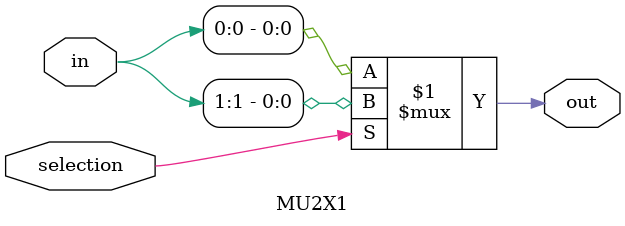
<source format=v>
`timescale 1ns / 1ps

module MU2X1(out, selection, in);
    output out;
    input selection;
    input [0:1]in;
    
    assign out = selection? in[1] : in[0];
endmodule

</source>
